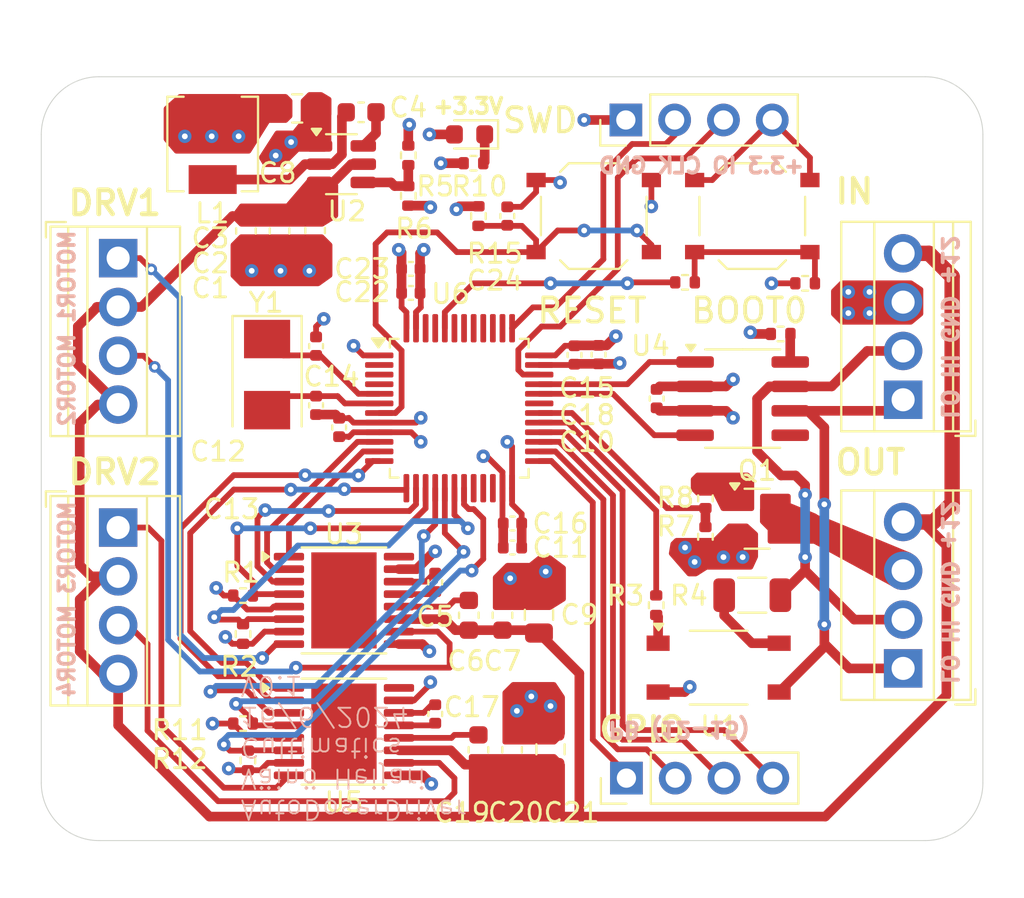
<source format=kicad_pcb>
(kicad_pcb (version 20240108) (generator "pcbnew") (generator_version "8.0")
  (layers (0 "F.Cu" signal) (1 "In1.Cu" power "In1.Cu (GND)") (2 "In2.Cu" power "In2.Cu (+3.3V)") (31 "B.Cu" signal) (34 "B.Paste" user) (35 "F.Paste" user) (36 "B.SilkS" user "B.Silkscreen") (37 "F.SilkS" user "F.Silkscreen") (38 "B.Mask" user) (39 "F.Mask" user) (44 "Edge.Cuts" user))
  (net 0 "")
  (net 1 "GND")
  (net 2 "+12V")
  (net 3 "+3.3V")
  (net 4 "/HSE_IN")
  (net 5 "/HSE_OUT")
  (net 6 "Net-(U2-SW)")
  (net 7 "Net-(U2-VBST)")
  (net 8 "Net-(U5-CPL)")
  (net 9 "Net-(U5-CPH)")
  (net 10 "Net-(U5-VCP)")
  (net 11 "/SWCLK")
  (net 12 "/SWDIO")
  (net 13 "GND_NEXT")
  (net 14 "DRV1_OUT1")
  (net 15 "CAN_H")
  (net 16 "CAN_L")
  (net 17 "DRV1_OUT2")
  (net 18 "DRV2_OUT1")
  (net 19 "DRV2_OUT2")
  (net 20 "NRST")
  (net 21 "Net-(R3-Pad1)")
  (net 22 "Net-(U3-CPH)")
  (net 23 "Net-(R4-Pad1)")
  (net 24 "CAN_TERMINATE_GATE")
  (net 25 "DRV1_nFAULT")
  (net 26 "DRV1_IPROPI")
  (net 27 "DRV2_nFAULT")
  (net 28 "DRV2_IPROPI")
  (net 29 "GND_NEXT_GATE")
  (net 30 "DRV1_IN1")
  (net 31 "Net-(U4-Rs)")
  (net 32 "Net-(R13-Pad1)")
  (net 33 "DRV1_nSLEEP")
  (net 34 "DRV2_IN1")
  (net 35 "CAN_RX")
  (net 36 "DRV2_nSLEEP")
  (net 37 "BOOT0")
  (net 38 "DRV1_IN2")
  (net 43 "Net-(J6-Pin_1)")
  (net 45 "Net-(J6-Pin_2)")
  (net 47 "CAN_TX")
  (net 48 "DRV2_IN2")
  (net 54 "Net-(J6-Pin_4)")
  (net 59 "Net-(J6-Pin_3)")
  (net 60 "Net-(D1-K)")
  (net 63 "Net-(U3-CPL)")
  (net 64 "Net-(U3-VCP)")
  (net 65 "/GATE_DRIVE")
  (net 66 "Net-(U2-VFB)")
  (footprint "Resistor_SMD:R_1206_3216Metric" (layer "F.Cu") (at 86 57.98)
    (property "Reference" "R4")
    (property "Value" "100 Ohm")
  )
  (footprint "Resistor_SMD:R_0402_1005Metric" (layer "F.Cu") (at 71.75 38.25 90)
    (property "Reference" "R15")
    (property "Value" "10kOhm")
  )
  (footprint "Capacitor_SMD:C_0402_1005Metric" (layer "F.Cu") (at 73.25 38.25 -90)
    (property "Reference" "C24")
    (property "Value" "100n")
  )
  (footprint "Capacitor_SMD:C_0805_2012Metric" (layer "F.Cu") (at 74.9 59 90)
    (property "Reference" "C9")
    (property "Value" "22uF")
  )
  (footprint "Resistor_SMD:R_0402_1005Metric" (layer "F.Cu") (at 59.5 64.66)
    (property "Reference" "R11")
    (property "Value" "10kOhm")
  )
  (footprint "Capacitor_SMD:C_0402_1005Metric" (layer "F.Cu") (at 68.23 42.25)
    (property "Reference" "C22")
    (property "Value" "100nF")
  )
  (footprint "Resistor_SMD:R_0402_1005Metric" (layer "F.Cu") (at 68.1 35.09 -90)
    (property "Reference" "R5")
    (property "Value" "33.2kOhm")
  )
  (footprint "Capacitor_SMD:C_0402_1005Metric" (layer "F.Cu") (at 81.025 47.75 90)
    (property "Reference" "C10")
    (property "Value" "100nF")
  )
  (footprint "Capacitor_SMD:C_0805_2012Metric" (layer "F.Cu") (at 62.31875 32.65)
    (property "Reference" "C8")
    (property "Value" "47uF")
  )
  (footprint "Capacitor_SMD:C_0603_1608Metric" (layer "F.Cu") (at 71.75 66.025 90)
    (property "Reference" "C19")
    (property "Value" "100nF")
  )
  (footprint "Resistor_SMD:R_0402_1005Metric" (layer "F.Cu") (at 83.5625 52.94 90)
    (property "Reference" "R8")
    (property "Value" "470 Ohm")
  )
  (footprint "Capacitor_SMD:C_0603_1608Metric" (layer "F.Cu") (at 61.4 39.025 -90)
    (property "Reference" "C2")
    (property "Value" "10uF")
  )
  (footprint "Capacitor_SMD:C_0805_2012Metric" (layer "F.Cu") (at 75.5 66 90)
    (property "Reference" "C21")
    (property "Value" "22uF")
  )
  (footprint "Capacitor_SMD:C_0402_1005Metric" (layer "F.Cu") (at 63.3 45.02 90)
    (property "Reference" "C12")
    (property "Value" "30pF")
  )
  (footprint "Capacitor_SMD:C_0402_1005Metric" (layer "F.Cu") (at 78 45.46 -90)
    (property "Reference" "C15")
    (property "Value" "100nF")
  )
  (footprint "AutoDoser:TerminalBlock_Xinya_XY308-2.54-4P_1x04_P2.54mm_Horizontal" (layer "F.Cu") (at 93.85 47.81 90)
    (property "Reference" "J1")
    (property "Value" "Screw_Terminal_01x04")
  )
  (footprint "Capacitor_SMD:C_0402_1005Metric" (layer "F.Cu") (at 76.75 45.48 -90)
    (property "Reference" "C18")
    (property "Value" "100nF")
  )
  (footprint "Capacitor_SMD:C_0603_1608Metric" (layer "F.Cu") (at 71.25 59.025 90)
    (property "Reference" "C6")
    (property "Value" "100nF")
  )
  (footprint "Resistor_SMD:R_0402_1005Metric" (layer "F.Cu") (at 59.75 66.58 -90)
    (property "Reference" "R12")
    (property "Value" "4.7kOhm")
  )
  (footprint "Capacitor_SMD:C_0603_1608Metric" (layer "F.Cu") (at 73 59.025 90)
    (property "Reference" "C7")
    (property "Value" "100nF")
  )
  (footprint "Package_SO:MFSOP6-4_4.4x3.6mm_P1.27mm" (layer "F.Cu") (at 84.25 61.75)
    (property "Reference" "U1")
    (property "Value" "TLP175A")
  )
  (footprint "Resistor_SMD:R_0402_1005Metric" (layer "F.Cu") (at 71.49 35.5)
    (property "Reference" "R10")
    (property "Value" "1k5 Ohm")
  )
  (footprint "AutoDoser:TerminalBlock_Xinya_XY308-2.54-4P_1x04_P2.54mm_Horizontal" (layer "F.Cu") (at 93.85 61.79 90)
    (property "Reference" "J2")
    (property "Value" "Screw_Terminal_01x04")
  )
  (footprint "Capacitor_SMD:C_0402_1005Metric" (layer "F.Cu") (at 73.52 54.25 180)
    (property "Reference" "C16")
    (property "Value" "100nF")
  )
  (footprint "MountingHole:MountingHole_2.2mm_M2" (layer "F.Cu") (at 95 67.75)
    (property "Reference" "H4")
    (property "Value" "MountingHole")
  )
  (footprint "MountingHole:MountingHole_2.2mm_M2" (layer "F.Cu") (at 95 34)
    (property "Reference" "H2")
    (property "Value" "MountingHole")
  )
  (footprint "Capacitor_SMD:C_0402_1005Metric" (layer "F.Cu") (at 73.52 55.5 180)
    (property "Reference" "C11")
    (property "Value" "10uF")
  )
  (footprint "LED_SMD:LED_0603_1608Metric" (layer "F.Cu") (at 71.2875 34 180)
    (property "Reference" "D1")
    (property "Value" "LED_Small")
  )
  (footprint "AutoDoser:TerminalBlock_Xinya_XY308-2.54-4P_1x04_P2.54mm_Horizontal" (layer "F.Cu") (at 53 54.46 -90)
    (property "Reference" "J4")
    (property "Value" "Screw_Terminal_01x04")
  )
  (footprint "Capacitor_SMD:C_0603_1608Metric" (layer "F.Cu") (at 59.65 39.025 -90)
    (property "Reference" "C3")
    (property "Value" "100nF")
  )
  (footprint "Package_TO_SOT_SMD:SOT-23-6" (layer "F.Cu") (at 64.61875 35.55)
    (property "Reference" "U2")
    (property "Value" "TPS561208")
  )
  (footprint "Resistor_SMD:R_0402_1005Metric" (layer "F.Cu") (at 59.5 58)
    (property "Reference" "R1")
    (property "Value" "10kOhm")
  )
  (footprint "AutoDoser:SW_Push_1P1T_XKB_TS-1187A" (layer "F.Cu") (at 77.75 38.25 180)
    (property "Reference" "SW2")
    (property "Value" "SW_Push")
  )
  (footprint "Capacitor_SMD:C_0402_1005Metric" (layer "F.Cu") (at 69.5 64.16 90)
    (property "Reference" "C17")
    (property "Value" "22nF")
  )
  (footprint "Package_SO:SOIC-8_3.9x4.9mm_P1.27mm" (layer "F.Cu") (at 85.5 47.75)
    (property "Reference" "U4")
    (property "Value" "SN65HVD230")
  )
  (footprint "Capacitor_SMD:C_0603_1608Metric" (layer "F.Cu") (at 63.25 39 -90)
    (property "Reference" "C1")
    (property "Value" "10uF")
  )
  (footprint "AutoDoser:HTSSOP-16-1EP_4.4x5mm_P0.65mm_EP3.4x5mm_Mask2.46x2.31mm" (layer "F.Cu") (at 64.75 65.08)
    (property "Reference" "U5")
    (property "Value" "DRV8874")
  )
  (footprint "Capacitor_SMD:C_0402_1005Metric" (layer "F.Cu") (at 69.5 57.31 90)
    (property "Reference" "C5")
    (property "Value" "22nF")
  )
  (footprint "MountingHole:MountingHole_2.2mm_M2" (layer "F.Cu") (at 52 67.75)
    (property "Reference" "H3")
    (property "Value" "MountingHole")
  )
  (footprint "Resistor_SMD:R_0402_1005Metric" (layer "F.Cu") (at 88.75 41.75 180)
    (property "Reference" "R13")
    (property "Value" "10kOhm")
  )
  (footprint "Capacitor_SMD:C_0402_1005Metric" (layer "F.Cu") (at 63.3 48.1 -90)
    (property "Reference" "C14")
    (property "Value" "30pF")
  )
  (footprint "AutoDoser:HTSSOP-16-1EP_4.4x5mm_P0.65mm_EP3.4x5mm_Mask2.46x2.31mm" (layer "F.Cu") (at 64.75 58.25)
    (property "Reference" "U3")
    (property "Value" "DRV8874")
  )
  (footprint "Connector_PinHeader_2.54mm:PinHeader_1x04_P2.54mm_Vertical" (layer "F.Cu") (at 79.45 67.5 90)
    (property "Reference" "J6")
    (property "Value" "Conn_01x04_Pin")
  )
  (footprint "Capacitor_SMD:C_0402_1005Metric" (layer "F.Cu") (at 64.5 49.25 90)
    (property "Reference" "C13")
    (property "Value" "100nF")
  )
  (footprint "Package_QFP:LQFP-48_7x7mm_P0.5mm" (layer "F.Cu") (at 70.75 48.25)
    (property "Reference" "U6")
    (property "Value" "STM32F103C8Tx")
  )
  (footprint "Capacitor_SMD:C_0603_1608Metric" (layer "F.Cu") (at 73.5 66.025 90)
    (property "Reference" "C20")
    (property "Value" "100nF")
  )
  (footprint "Inductor_SMD:L_Sunlord_MWSA0402S" (layer "F.Cu") (at 57.91875 34.5 90)
    (property "Reference" "L1")
    (property "Value" "3.3uH")
  )
  (footprint "AutoDoser:TerminalBlock_Xinya_XY308-2.54-4P_1x04_P2.54mm_Horizontal" (layer "F.Cu") (at 53 40.44 -90)
    (property "Reference" "J3")
    (property "Value" "Screw_Terminal_01x04")
  )
  (footprint "Resistor_SMD:R_0402_1005Metric" (layer "F.Cu") (at 82.5 41.7 180)
    (property "Reference" "R14")
    (property "Value" "10kOhm")
  )
  (footprint "Resistor_SMD:R_0402_1005Metric" (layer "F.Cu") (at 87.475 44.385)
    (property "Reference" "R9" (hide yes))
    (property "Value" "47kOhm")
  )
  (footprint "AutoDoser:SW_Push_1P1T_XKB_TS-1187A" (layer "F.Cu") (at 86 38.25)
    (property "Reference" "SW1")
    (property "Value" "SW_Push")
  )
  (footprint "MountingHole:MountingHole_2.2mm_M2" (layer "F.Cu") (at 52 34)
    (property "Reference" "H1")
    (property "Value" "MountingHole")
  )
  (footprint "Capacitor_SMD:C_0402_1005Metric" (layer "F.Cu") (at 68.23 41)
    (property "Reference" "C23")
    (property "Value" "10uF")
  )
  (footprint "Capacitor_SMD:C_0603_1608Metric" (layer "F.Cu") (at 65.64375 32.85)
    (property "Reference" "C4")
    (property "Value" "100nF")
  )
  (footprint "Resistor_SMD:R_0402_1005Metric" (layer "F.Cu") (at 59.5 60 -90)
    (property "Reference" "R2")
    (property "Value" "4.7kOhm")
  )
  (footprint "Package_TO_SOT_SMD:SOT-23" (layer "F.Cu") (at 86.25 54)
    (property "Reference" "Q1")
    (property "Value" "AO3400A")
  )
  (footprint "Connector_PinHeader_2.54mm:PinHeader_1x04_P2.54mm_Vertical" (layer "F.Cu") (at 79.42 33.25 90)
    (property "Reference" "J5")
    (property "Value" "Conn_01x04_Pin")
  )
  (footprint "Resistor_SMD:R_0402_1005Metric" (layer "F.Cu") (at 68.1 37.2 -90)
    (property "Reference" "R6")
    (property "Value" "10kOhm")
  )
  (footprint "Resistor_SMD:R_0402_1005Metric" (layer "F.Cu") (at 81 58.5 90)
    (property "Reference" "R3")
    (property "Value" "470 Ohm")
  )
  (footprint "Resistor_SMD:R_0402_1005Metric" (layer "F.Cu") (at 83.5625 54.94 -90)
    (property "Reference" "R7")
    (property "Value" "47kOhm")
  )
  (footprint "Crystal:Crystal_SMD_5032-2Pin_5.0x3.2mm" (layer "F.Cu") (at 60.75 46.5 -90)
    (property "Reference" "Y1")
    (property "Value" "Crystal")
  )
  (gr_arc (start 52 70.75) (mid 49.87868 69.87132) (end 49 67.75) (stroke (width 0.05)) (layer "Edge.Cuts"))
  (gr_line (start 52 70.75) (end 95 70.75) (stroke (width 0.05)) (layer "Edge.Cuts"))
  (gr_arc (start 49 34) (mid 49.87868 31.87868) (end 52 31) (stroke (width 0.05)) (layer "Edge.Cuts"))
  (gr_line (start 98 67.75) (end 98 34) (stroke (width 0.05)) (layer "Edge.Cuts"))
  (gr_arc (start 95 31) (mid 97.12132 31.87868) (end 98 34) (stroke (width 0.05)) (layer "Edge.Cuts"))
  (gr_arc (start 98 67.75) (mid 97.12132 69.87132) (end 95 70.75) (stroke (width 0.05)) (layer "Edge.Cuts"))
  (gr_line (start 49 34) (end 49 67.75) (stroke (width 0.05)) (layer "Edge.Cuts"))
  (gr_line (start 95 31) (end 52 31) (stroke (width 0.05)) (layer "Edge.Cuts"))
  (gr_text "AutoDoserDriver\nVäinö Heijari\nCultimatics\n16/6/2024\nV0.1" (at 59.3 62.1 180) (layer "B.SilkS") (effects (font (size 1 1) (thickness 0.1)) (justify left bottom mirror)))
  (gr_text "LO HI GND +12" (at 95.8 48.9 270) (layer "B.SilkS") (effects (font (size 0.8 0.8) (thickness 0.2) (bold yes)) (justify left bottom mirror)))
  (gr_text "+3.3 IO CLK GND" (at 88.8 36.1 0) (layer "B.SilkS") (effects (font (size 0.8 0.8) (thickness 0.2) (bold yes)) (justify left bottom mirror)))
  (gr_text "MOTOR3 MOTOR4" (at 50.8 53 90) (layer "B.SilkS") (effects (font (size 0.8 0.8) (thickness 0.2) (bold yes)) (justify left bottom mirror)))
  (gr_text "MOTOR1 MOTOR2" (at 50.8 38.9 90) (layer "B.SilkS") (effects (font (size 0.8 0.8) (thickness 0.2) (bold yes)) (justify left bottom mirror)))
  (gr_text "PB (12-15)" (at 78.4 64.5 180) (layer "B.SilkS") (effects (font (size 0.8 0.8) (thickness 0.2) (bold yes)) (justify left bottom mirror)))
  (gr_text "LO HI GND +12" (at 95.8 62.7 270) (layer "B.SilkS") (effects (font (size 0.8 0.8) (thickness 0.2) (bold yes)) (justify left bottom mirror)))
  (gr_text "OUT" (at 90.2 51.8 0) (layer "F.SilkS") (effects (font (size 1.25 1.25) (thickness 0.25) (bold yes)) (justify left bottom)))
  (gr_text "+3.3V" (at 69.3 33 0) (layer "F.SilkS") (effects (font (size 0.8 0.8) (thickness 0.2) (bold yes)) (justify left bottom)))
  (gr_text "GPIO" (at 77.9 65.7 0) (layer "F.SilkS") (effects (font (size 1.25 1.25) (thickness 0.25) (bold yes)) (justify left bottom)))
  (gr_text "DRV1" (at 50.28 38.3 0) (layer "F.SilkS") (effects (font (size 1.25 1.25) (thickness 0.25) (bold yes)) (justify left bottom)))
  (gr_text "RESET" (at 74.7 43.9 0) (layer "F.SilkS") (effects (font (size 1.25 1.25) (thickness 0.2) (bold yes)) (justify left bottom)))
  (gr_text "DRV2" (at 50.28 52.3 0) (layer "F.SilkS") (effects (font (size 1.25 1.25) (thickness 0.25) (bold yes)) (justify left bottom)))
  (gr_text "BOOT0" (at 82.7 43.9 0) (layer "F.SilkS") (effects (font (size 1.25 1.25) (thickness 0.2) (bold yes)) (justify left bottom)))
  (gr_text "SWD" (at 72.9 34 0) (layer "F.SilkS") (effects (font (size 1.25 1.25) (thickness 0.2) (bold yes)) (justify left bottom)))
  (gr_text "IN" (at 90.2 37.7 0) (layer "F.SilkS") (effects (font (size 1.25 1.25) (thickness 0.25) (bold yes)) (justify left bottom)))
  (segment (start 68.5 49) (end 66.5875 49) (width 0.3) (layer "F.Cu") (net 1))
  (segment (start 64.31 48.58) (end 64.5 48.77) (width 0.5) (layer "F.Cu") (net 1))
  (segment (start 68.75 42.29) (end 68.71 42.25) (width 0.3) (layer "F.Cu") (net 1))
  (segment (start 68.5 44.0875) (end 68.5 43.24688) (width 0.3) (layer "F.Cu") (net 1))
  (segment (start 74.9125 46) (end 76.71 46) (width 0.3) (layer "F.Cu") (net 1))
  (segment (start 82.48 63.02) (end 82.75 62.75) (width 0.5) (layer "F.Cu") (net 1))
  (segment (start 67.6125 60.525) (end 68.825 60.525) (width 0.5) (layer "F.Cu") (net 1))
  (segment (start 68.855 67.355) (end 69.3 67.8) (width 0.5) (layer "F.Cu") (net 1))
  (segment (start 79.06 45.94) (end 79.1 45.9) (width 0.5) (layer "F.Cu") (net 1))
  (segment (start 60.795 66.705) (end 60.41 67.09) (width 0.3) (layer "F.Cu") (net 1))
  (segment (start 61.8875 59.875) (end 60.625 59.875) (width 0.3) (layer "F.Cu") (net 1))
  (segment (start 68.530588 56.625) (end 67.6125 56.625) (width 0.5) (layer "F.Cu") (net 1))
  (segment (start 59.675 39.775) (end 59.65 39.8) (width 0.5) (layer "F.Cu") (net 1))
  (segment (start 70.98 35.5) (end 69.7875 35.5) (width 0.5) (layer "F.Cu") (net 1))
  (segment (start 63.3 48.58) (end 64.31 48.58) (width 0.5) (layer "F.Cu") (net 1))
  (segment (start 81.1 63.02) (end 82.48 63.02) (width 0.5) (layer "F.Cu") (net 1))
  (segment (start 68.825 60.525) (end 69.2 60.9) (width 0.5) (layer "F.Cu") (net 1))
  (segment (start 69.17 37.71) (end 69.25 37.79) (width 0.5) (layer "F.Cu") (net 1))
  (segment (start 73 52.4125) (end 73 54.21) (width 0.3) (layer "F.Cu") (net 1))
  (segment (start 78 45.94) (end 76.77 45.94) (width 0.5) (layer "F.Cu") (net 1))
  (segment (start 73 51.57188) (end 73 52.4125) (width 0.3) (layer "F.Cu") (net 1))
  (segment (start 73.04 55.5) (end 73.04 54.25) (width 0.5) (layer "F.Cu") (net 1))
  (segment (start 65 48.75) (end 64.98 48.77) (width 0.3) (layer "F.Cu") (net 1))
  (segment (start 69.25 62.604999) (end 69.25 62.5) (width 0.3) (layer "F.Cu") (net 1))
  (segment (start 76.71 46) (end 76.75 45.96) (width 0.3) (layer "F.Cu") (net 1))
  (segment (start 72 50.75) (end 72.17812 50.75) (width 0.3) (layer "F.Cu") (net 1))
  (segment (start 68.71 41) (end 68.71 42.25) (width 0.5) (layer "F.Cu") (net 1))
  (segment (start 86.965 44.385) (end 85.985 44.385) (width 0.5) (layer "F.Cu") (net 1))
  (segment (start 58.75 67) (end 58.84 67.09) (width 0.3) (layer "F.Cu") (net 1))
  (segment (start 84.635 47.115) (end 85 46.75) (width 0.5) (layer "F.Cu") (net 1))
  (segment (start 63.3 44) (end 63.7 43.6) (width 0.3) (layer "F.Cu") (net 1))
  (segment (start 68.5 43.24688) (end 68.74688 43) (width 0.3) (layer "F.Cu") (net 1))
  (segment (start 67.6125 67.355) (end 68.855 67.355) (width 0.5) (layer "F.Cu") (net 1))
  (segment (start 74.75 36.375) (end 74.75 37) (width 0.3) (layer "F.Cu") (net 1))
  (segment (start 59.99 60.51) (end 59.5 60.51) (width 0.3) (layer "F.Cu") (net 1))
  (segment (start 68.75 48.75) (end 68.5 49) (width 0.3) (layer "F.Cu") (net 1))
  (segment (start 60.41 67.09) (end 59.75 67.09) (width 0.3) (layer "F.Cu") (net 1))
  (segment (start 78 45.94) (end 79.06 45.94) (width 0.5) (layer "F.Cu") (net 1))
  (segment (start 60.625 59.875) (end 59.99 60.51) (width 0.3) (layer "F.Cu") (net 1))
  (segment (start 72.17812 50.75) (end 73 51.57188) (width 0.3) (layer "F.Cu") (net 1))
  (segment (start 68.399999 63.455) (end 69.25 62.604999) (width 0.3) (layer "F.Cu") (net 1))
  (segment (start 81.18 47.115) (end 81.025 47.27) (width 0.5) (layer "F.Cu") (net 1))
  (segment (start 63.3 44.54) (end 63.3 44) (width 0.3) (layer "F.Cu") (net 1))
  (segment (start 68.74688 43) (end 68.75 43) (width 0.3) (layer "F.Cu") (net 1))
  (segment (start 73 54.21) (end 73.04 54.25) (width 0.3) (layer "F.Cu") (net 1))
  (segment (start 64.98 48.77) (end 64.5 48.77) (width 0.3) (layer "F.Cu") (net 1))
  (segment (start 85.985 44.385) (end 85.9 44.3) (width 0.5) (layer "F.Cu") (net 1))
  (segment (start 83.025 47.115) (end 84.635 47.115) (width 0.5) (layer "F.Cu") (net 1))
  (segment (start 58.84 67.09) (end 59.75 67.09) (width 0.3) (layer "F.Cu") (net 1))
  (segment (start 68.1 37.71) (end 69.17 37.71) (width 0.5) (layer "F.Cu") (net 1))
  (segment (start 75.875 36.375) (end 76 36.5) (width 0.3) (layer "F.Cu") (net 1))
  (segment (start 67.6125 63.455) (end 68.399999 63.455) (width 0.3) (layer "F.Cu") (net 1))
  (segment (start 61.8875 66.705) (end 60.795 66.705) (width 0.3) (layer "F.Cu") (net 1))
  (segment (start 68.71 40.19) (end 68.9 40) (width 0.5) (layer "F.Cu") (net 1))
  (segment (start 74.75 37) (end 73.98 37.77) (width 0.3) (layer "F.Cu") (net 1))
  (segment (start 80.75 36.375) (end 80.75 37.75) (width 0.3) (layer "F.Cu") (net 1))
  (segment (start 66.5875 49) (end 65.25 49) (width 0.3) (layer "F.Cu") (net 1))
  (segment (start 69.455588 55.7) (end 68.530588 56.625) (width 0.5) (layer "F.Cu") (net 1))
  (segment (start 68.75 43) (end 68.75 42.29) (width 0.3) (layer "F.Cu") (net 1))
  (segment (start 83.025 47.115) (end 81.18 47.115) (width 0.5) (layer "F.Cu") (net 1))
  (segment (start 58.939949 60.51) (end 59.5 60.51) (width 0.3) (layer "F.Cu") (net 1))
  (segment (start 68.71 41) (end 68.71 40.19) (width 0.5) (layer "F.Cu") (net 1))
  (segment (start 58.579949 60.15) (end 58.939949 60.51) (width 0.3) (layer "F.Cu") (net 1))
  (segment (start 74.75 36.375) (end 75.875 36.375) (width 0.3) (layer "F.Cu") (net 1))
  (segment (start 88.24 41.75) (end 87 41.75) (width 0.3) (layer "F.Cu") (net 1))
  (segment (start 63.48125 32.8625) (end 63.26875 32.65) (width 0.5) (layer "F.Cu") (net 1))
  (segment (start 73.98 37.77) (end 73.25 37.77) (width 0.3) (layer "F.Cu") (net 1))
  (segment (start 76.77 45.94) (end 76.75 45.96) (width 0.5) (layer "F.Cu") (net 1))
  (segment (start 65.25 49) (end 65 48.75) (width 0.3) (layer "F.Cu") (net 1))
  (segment (start 79.42 33.25) (end 77.25 33.25) (width 0.5) (layer "F.Cu") (net 1))
  (segment (start 69.5 55.7) (end 69.455588 55.7) (width 0.5) (layer "F.Cu") (net 1))
  (via (at 59.95 41.1) (size 0.7) (drill 0.3) (layers "F.Cu" "B.Cu") (net 1))
  (via (at 82.75 62.75) (size 0.7) (drill 0.3) (layers "F.Cu" "B.Cu") (net 1))
  (via (at 61.45 41.1) (size 0.7) (drill 0.3) (layers "F.Cu" "B.Cu") (net 1))
  (via (at 82.5 55.5) (size 0.7) (drill 0.3) (layers "F.Cu" "B.Cu") (net 1))
  (via (at 76 36.5) (size 0.7) (drill 0.3) (layers "F.Cu" "B.Cu") (net 1))
  (via (at 74.5 63.25) (size 0.7) (drill 0.3) (layers "F.Cu" "B.Cu") (net 1))
  (via (at 77.25 33.25) (size 0.7) (drill 0.3) (layers "F.Cu" "B.Cu") (net 1))
  (via (at 68.75 48.75) (size 0.7) (drill 0.3) (layers "F.Cu" "B.Cu") (net 1))
  (via (at 92.1 42.2) (size 0.7) (drill 0.3) (layers "F.Cu" "B.Cu") (net 1))
  (via (at 87 41.75) (size 0.7) (drill 0.3) (layers "F.Cu" "B.Cu") (net 1))
  (via (at 73.4 57.1) (size 0.7) (drill 0.3) (layers "F.Cu" "B.Cu") (net 1))
  (via (at 69.3 67.8) (size 0.7) (drill 0.3) (layers "F.Cu" "B.Cu") (net 1))
  (via (at 73.75 64) (size 0.7) (drill 0.3) (layers "F.Cu" "B.Cu") (net 1))
  (via (at 69.25 62.5) (size 0.7) (drill 0.3) (layers "F.Cu" "B.Cu") (net 1))
  (via (at 69.2 60.9) (size 0.7) (drill 0.3) (layers "F.Cu" "B.Cu") (net 1))
  (via (at 85.5 56) (size 0.7) (drill 0.3) (layers "F.Cu" "B.Cu") (net 1))
  (via (at 75.25 56.75) (size 0.7) (drill 0.3) (layers "F.Cu" "B.Cu") (net 1))
  (via (at 91 43.3) (size 0.7) (drill 0.3) (layers "F.Cu" "B.Cu") (net 1))
  (via (at 61.2 35.1) (size 0.7) (drill 0.3) (layers "F.Cu" "B.Cu") (net 1))
  (via (at 62 34.4) (size 0.7) (drill 0.3) (layers "F.Cu" "B.Cu") (net 1))
  (via (at 69.5 55.7) (size 0.7) (drill 0.3) (layers "F.Cu" "B.Cu") (net 1))
  (via (at 58.579949 60.15) (size 0.7) (drill 0.3) (layers "F.Cu" "B.Cu") (net 1))
  (via (at 69.25 37.79) (size 0.7) (drill 0.3) (layers "F.Cu" "B.Cu") (net 1))
  (via (at 62.95 41.1) (size 0.7) (drill 0.3) (layers "F.Cu" "B.Cu") (net 1))
  (via (at 85 46.75) (size 0.7) (drill 0.3) (layers "F.Cu" "B.Cu") (net 1))
  (via (at 69.7875 35.5) (size 0.7) (drill 0.3) (layers "F.Cu" "B.Cu") (net 1))
  (via (at 58.75 67) (size 0.7) (drill 0.3) (layers "F.Cu" "B.Cu") (net 1))
  (via (at 84.5 56) (size 0.7) (drill 0.3) (layers "F.Cu" "B.Cu") (net 1))
  (via (at 79.1 45.9) (size 0.7) (drill 0.3) (layers "F.Cu" "B.Cu") (net 1))
  (via (at 91 42.2) (size 0.7) (drill 0.3) (layers "F.Cu" "B.Cu") (net 1))
  (via (at 85.9 44.3) (size 0.7) (drill 0.3) (layers "F.Cu" "B.Cu") (net 1))
  (via (at 80.75 37.75) (size 0.7) (drill 0.3) (layers "F.Cu" "B.Cu") (net 1))
  (via (at 75.5 63.75) (size 0.7) (drill 0.3) (layers "F.Cu" "B.Cu") (net 1))
  (via (at 72 50.75) (size 0.7) (drill 0.3) (layers "F.Cu" "B.Cu") (net 1))
  (via (at 63.7 43.6) (size 0.7) (drill 0.3) (layers "F.Cu" "B.Cu") (net 1))
  (via (at 83 56.25) (size 0.7) (drill 0.3) (layers "F.Cu" "B.Cu") (net 1))
  (via (at 68.9 40) (size 0.7) (drill 0.3) (layers "F.Cu" "B.Cu") (net 1))
  (via (at 92.1 43.3) (size 0.7) (drill 0.3) (layers "F.Cu" "B.Cu") (net 1))
  (segment (start 51.88 42.98) (end 53 42.98) (width 0.5) (layer "F.Cu") (net 2))
  (segment (start 69.975 59.225) (end 70.55 59.8) (width 0.5) (layer "F.Cu") (net 2))
  (segment (start 53 62.08) (end 52.18 62.08) (width 0.5) (layer "F.Cu") (net 2))
  (segment (start 51 49) (end 51.94 48.06) (width 0.5) (layer "F.Cu") (net 2))
  (segment (start 53 48.06) (end 50.9 45.96) (width 0.5) (layer "F.Cu") (net 2))
  (segment (start 51 56.414213) (end 51 49) (width 0.5) (layer "F.Cu") (net 2))
  (segment (start 71.25 59.8) (end 74.75 59.8) (width 0.5) (layer "F.Cu") (net 2))
  (segment (start 50.9 44) (end 51.92 42.98) (width 0.5) (layer "F.Cu") (net 2))
  (segment (start 77 62.05) (end 77 69.5) (width 0.5) (layer "F.Cu") (net 2))
  (segment (start 65.75625 35.55) (end 65.133699 35.55) (width 0.5) (layer "F.Cu") (net 2))
  (segment (start 53 57) (end 51.585787 57) (width 0.5) (layer "F.Cu") (net 2))
  (segment (start 93.85 40.19) (end 95.19 40.19) (width 0.8) (layer "F.Cu") (net 2))
  (segment (start 93.85 54.17) (end 94.87 54.17) (width 0.5) (layer "F.Cu") (net 2))
  (segment (start 73.5 69.5) (end 71.75 69.5) (width 0.5) (layer "F.Cu") (net 2))
  (segment (start 96.1 63.2) (end 89.8 69.5) (width 0.5) (layer "F.Cu") (net 2))
  (segment (start 52.75 57) (end 53 57) (width 0.8) (layer "F.Cu") (net 2))
  (segment (start 96.4 41.4) (end 96.4 53.2) (width 0.8) (layer "F.Cu") (net 2))
  (segment (start 54.22 42.98) (end 58.95 38.25) (width 0.5) (layer "F.Cu") (net 2))
  (segment (start 52.2 57) (end 53 57) (width 0.5) (layer "F.Cu") (net 2))
  (segment (start 67.6125 59.225) (end 69.975 59.225) (width 0.5) (layer "F.Cu") (net 2))
  (segment (start 50.9 45.96) (end 50.9 44) (width 0.5) (layer "F.Cu") (net 2))
  (segment (start 75.35 66.8) (end 75.5 66.95) (width 0.5) (layer "F.Cu") (net 2))
  (segment (start 51.92 42.98) (end 53 42.98) (width 0.5) (layer "F.Cu") (net 2))
  (segment (start 52.18 62.08) (end 51 60.9) (width 0.5) (layer "F.Cu") (net 2))
  (segment (start 74.75 59.8) (end 74.9 59.95) (width 0.5) (layer "F.Cu") (net 2))
  (segment (start 96.4 53.2) (end 95.43 54.17) (width 0.8) (layer "F.Cu") (net 2))
  (segment (start 65.133699 35.55) (end 64.183699 36.5) (width 0.5) (layer "F.Cu") (net 2))
  (segment (start 58.95 38.25) (end 59.65 38.25) (width 0.5) (layer "F.Cu") (net 2))
  (segment (start 71.05 66.8) (end 71.75 66.8) (width 0.5) (layer "F.Cu") (net 2))
  (segment (start 67.6125 66.055) (end 70.305 66.055) (width 0.5) (layer "F.Cu") (net 2))
  (segment (start 95.19 40.19) (end 96.4 41.4) (width 0.8) (layer "F.Cu") (net 2))
  (segment (start 51.94 48.06) (end 53 48.06) (width 0.5) (layer "F.Cu") (net 2))
  (segment (start 51 60.9) (end 51 58.2) (width 0.5) (layer "F.Cu") (net 2))
  (segment (start 51.585787 57) (end 51 56.414213) (width 0.5) (layer "F.Cu") (net 2))
  (segment (start 95.43 54.17) (end 93.85 54.17) (width 0.8) (layer "F.Cu") (net 2))
  (segment (start 89.8 69.5) (end 77 69.5) (width 0.5) (layer "F.Cu") (net 2))
  (segment (start 96.1 55.4) (end 96.1 63.2) (width 0.5) (layer "F.Cu") (net 2))
  (segment (start 74.9 59.95) (end 77 62.05) (width 0.5) (layer "F.Cu") (net 2))
  (segment (start 53 42.98) (end 54.22 42.98) (width 0.5) (layer "F.Cu") (net 2))
  (segment (start 63.4625 38.0125) (end 63.25 38.225) (width 0.5) (layer "F.Cu") (net 2))
  (segment (start 75.25 69.5) (end 73.5 69.5) (width 0.5) (layer "F.Cu") (net 2))
  (segment (start 70.55 59.8) (end 71.25 59.8) (width 0.5) (layer "F.Cu") (net 2))
  (segment (start 53 64.75) (end 53 62.08) (width 0.5) (layer "F.Cu") (net 2))
  (segment (start 64.183699 36.5) (end 63.48125 36.5) (width 0.5) (layer "F.Cu") (net 2))
  (segment (start 71.75 69.5) (end 57.75 69.5) (width 0.5) (layer "F.Cu") (net 2))
  (segment (start 51 58.2) (end 52.2 57) (width 0.5) (layer "F.Cu") (net 2))
  (segment (start 77 69.5) (end 75.25 69.5) (width 0.5) (layer "F.Cu") (net 2))
  (segment (start 57.75 69.5) (end 53 64.75) (width 0.5) (layer "F.Cu") (net 2))
  (segment (start 94.87 54.17) (end 96.1 55.4) (width 0.5) (layer "F.Cu") (net 2))
  (segment (start 70.305 66.055) (end 71.05 66.8) (width 0.5) (layer "F.Cu") (net 2))
  (segment (start 63.225 38.25) (end 63.25 38.225) (width 0.5) (layer "F.Cu") (net 2))
  (segment (start 76.77 44.98) (end 76.75 45) (width 0.5) (layer "F.Cu") (net 3))
  (segment (start 74 53.75) (end 74 54.25) (width 0.3) (layer "F.Cu") (net 3))
  (segment (start 65 49.75) (end 64.98 49.73) (width 0.3) (layer "F.Cu") (net 3))
  (segment (start 76.25 45) (end 76.75 45) (width 0.3) (layer "F.Cu") (net 3))
  (segment (start 73.5 52.4125) (end 73.5 53.25) (width 0.3) (layer "F.Cu") (net 3))
  (segment (start 68.25 49.5) (end 66.5875 49.5) (width 0.3) (layer "F.Cu") (net 3))
  (segment (start 60.950001 58.725) (end 59.715 58.725) (width 0.3) (layer "F.Cu") (net 3))
  (segment (start 66.5875 45.5) (end 65.75 45.5) (width 0.3) (layer "F.Cu") (net 3))
  (segment (start 73.5 53.25) (end 74 53.75) (width 0.3) (layer "F.Cu") (net 3))
  (segment (start 59.735 65.405) (end 58.99 64.66) (width 0.3) (layer "F.Cu") (net 3))
  (segment (start 83.025 48.385) (end 84.635 48.385) (width 0.5) (layer "F.Cu") (net 3))
  (segment (start 73.5 50.25) (end 73.25 50) (width 0.3) (layer "F.Cu") (net 3))
  (segment (start 58.5 58) (end 58.1 57.6) (width 0.3) (layer "F.Cu") (net 3))
  (segment (start 59.715 58.725) (end 58.99 58) (width 0.3) (layer "F.Cu") (net 3))
  (segment (start 61.8875 65.405) (end 59.735 65.405) (width 0.3) (layer "F.Cu") (net 3))
  (segment (start 89 35.21) (end 87.04 33.25) (width 0.3) (layer "F.Cu") (net 3))
  (segment (start 78.42 44.98) (end 78.9 44.5) (width 0.5) (layer "F.Cu") (net 3))
  (segment (start 71.75 37.74) (end 70.76 37.74) (width 0.5) (layer "F.Cu") (net 3))
  (segment (start 68.1 34.58) (end 68.1 33.54) (width 0.5) (layer "F.Cu") (net 3))
  (segment (start 73.5 52.4125) (end 73.5 50.25) (width 0.3) (layer "F.Cu") (net 3))
  (segment (start 75.75 45.5) (end 76.25 45) (width 0.3) (layer "F.Cu") (net 3))
  (segment (start 68.75 50) (end 68.25 49.5) (width 0.3) (layer "F.Cu") (net 3))
  (segment (start 67.75 43) (end 67.75 42.25) (width 0.3) (layer "F.Cu") (net 3))
  (segment (start 74 55.5) (end 74 54.25) (width 0.5) (layer "F.Cu") (net 3))
  (segment (start 65.75 45.5) (end 65.25 45) (width 0.3) (layer "F.Cu") (net 3))
  (segment (start 67.75 40.15) (end 67.6 40) (width 0.5) (layer "F.Cu") (net 3))
  (segment (start 78 44.98) (end 76.77 44.98) (width 0.5) (layer "F.Cu") (net 3))
  (segment (start 64.98 49.73) (end 64.5 49.73) (width 0.3) (layer "F.Cu") (net 3))
  (segment (start 67.75 41) (end 67.75 42.25) (width 0.5) (layer "F.Cu") (net 3))
  (segment (start 68.1 33.54) (end 68.15 33.49) (width 0.5) (layer "F.Cu") (net 3))
  (segment (start 83.025 48.385) (end 81.18 48.385) (width 0.5) (layer "F.Cu") (net 3))
  (segment (start 83 36.375) (end 83.915 36.375) (width 0.3) (layer "F.Cu") (net 3))
  (segment (start 66.5875 49.5) (end 65.25 49.5) (width 0.3) (layer "F.Cu") (net 3))
  (segment (start 83.915 36.375) (end 87.04 33.25) (width 0.3) (layer "F.Cu") (net 3))
  (segment (start 65.25 49.5) (end 65 49.75) (width 0.3) (layer "F.Cu") (net 3))
  (segment (start 67.75 41) (end 67.75 40.15) (width 0.5) (layer "F.Cu") (net 3))
  (segment (start 57.91 64.66) (end 58.99 64.66) (width 0.3) (layer "F.Cu") (net 3))
  (segment (start 70.5 34) (end 69.2 34) (width 0.5) (layer "F.Cu") (net 3))
  (segment (start 74.9125 45.5) (end 75.75 45.5) (width 0.3) (layer "F.Cu") (net 3))
  (segment (start 84.635 48.385) (end 85 48.75) (width 0.5) (layer "F.Cu") (net 3))
  (segment (start 81.18 48.385) (end 81.025 48.23) (width 0.5) (layer "F.Cu") (net 3))
  (segment (start 70.76 37.74) (end 70.6 37.9) (width 0.5) (layer "F.Cu") (net 3))
  (segment (start 61.8875 58.575) (end 61.100001 58.575) (width 0.3) (layer "F.Cu") (net 3))
  (segment (start 58.99 58) (end 58.5 58) (width 0.3) (layer "F.Cu") (net 3))
  (segment (start 68 44.0875) (end 68 43.25) (width 0.3) (layer "F.Cu") (net 3))
  (segment (start 68 43.25) (end 67.75 43) (width 0.3) (layer "F.Cu") (net 3))
  (segment (start 89 36.375) (end 89 35.21) (width 0.3) (layer "F.Cu") (net 3))
  (segment (start 78 44.98) (end 78.42 44.98) (width 0.5) (layer "F.Cu") (net 3))
  (segment (start 61.100001 58.575) (end 60.950001 58.725) (width 0.3) (layer "F.Cu") (net 3))
  (via (at 58.1 57.6) (size 0.7) (drill 0.3) (layers "F.Cu" "B.Cu") (net 3))
  (via (at 56.46875 34.1) (size 0.7) (drill 0.3) (layers "F.Cu" "B.Cu") (net 3))
  (via (at 68.75 50) (size 0.7) (drill 0.3) (layers "F.Cu" "B.Cu") (net 3))
  (via (at 69.2 34) (size 0.7) (drill 0.3) (layers "F.Cu" "B.Cu") (net 3))
  (via (at 57.86875 34.1) (size 0.7) (drill 0.3) (layers "F.Cu" "B.Cu") (net 3))
  (via (at 78.9 44.5) (size 0.7) (drill 0.3) (layers "F.Cu" "B.Cu") (net 3))
  (via (at 73.25 50) (size 0.7) (drill 0.3) (layers "F.Cu" "B.Cu") (net 3))
  (via (at 67.6 40) (size 0.7) (drill 0.3) (layers "F.Cu" "B.Cu") (net 3))
  (via (at 85 48.75) (size 0.7) (drill 0.3) (layers "F.Cu" "B.Cu") (net 3))
  (via (at 59.26875 34.1) (size 0.7) (drill 0.3) (layers "F.Cu" "B.Cu") (net 3))
  (via (at 70.6 37.9) (size 0.7) (drill 0.3) (layers "F.Cu" "B.Cu") (net 3))
  (via (at 65.25 45) (size 0.7) (drill 0.3) (layers "F.Cu" "B.Cu") (net 3))
  (via (at 68.15 33.49) (size 0.7) (drill 0.3) (layers "F.Cu" "B.Cu") (net 3))
  (via (at 57.91 64.66) (size 0.7) (drill 0.3) (layers "F.Cu" "B.Cu") (net 3))
  (segment (start 61.6 45.5) (end 60.75 44.65) (width 0.3) (layer "F.Cu") (net 4))
  (segment (start 66.5875 47.5) (end 65.507106 47.5) (width 0.3) (layer "F.Cu") (net 4))
  (segment (start 63.3 45.5) (end 61.6 45.5) (width 0.3) (layer "F.Cu") (net 4))
  (segment (start 63.507106 45.5) (end 63.3 45.5) (width 0.3) (layer "F.Cu") (net 4))
  (segment (start 65.507106 47.5) (end 63.507106 45.5) (width 0.3) (layer "F.Cu") (net 4))
  (segment (start 64.8 48) (end 64.42 47.62) (width 0.3) (layer "F.Cu") (net 5))
  (segment (start 63.3 47.62) (end 61.48 47.62) (width 0.3) (layer "F.Cu") (net 5))
  (segment (start 66.5875 48) (end 64.8 48) (width 0.3) (layer "F.Cu") (net 5))
  (segment (start 61.48 47.62) (end 60.75 48.35) (width 0.3) (layer "F.Cu") (net 5))
  (segment (start 64.42 47.62) (end 63.3 47.62) (width 0.3) (layer "F.Cu") (net 5))
  (segment (start 61.91875 36.35) (end 57.91875 36.35) (width 0.5) (layer "F.Cu") (net 6))
  (segment (start 64.143749 35.55) (end 63.48125 35.55) (width 0.5) (layer "F.Cu") (net 6))
  (segment (start 62.71875 35.55) (end 61.91875 36.35) (width 0.5) (layer "F.Cu") (net 6))
  (segment (start 64.64375 33.075) (end 64.64375 35.049999) (width 0.5) (layer "F.Cu") (net 6))
  (segment (start 64.86875 32.85) (end 64.64375 33.075) (width 0.5) (layer "F.Cu") (net 6))
  (segment (start 63.48125 35.55) (end 62.71875 35.55) (width 0.5) (layer "F.Cu") (net 6))
  (segment (start 64.64375 35.049999) (end 64.143749 35.55) (width 0.5) (layer "F.Cu") (net 6))
  (segment (start 66.41875 33.9375) (end 66.41875 32.85) (width 0.5) (layer "F.Cu") (net 7))
  (segment (start 65.75625 34.6) (end 66.41875 33.9375) (width 0.5) (layer "F.Cu") (net 7))
  (segment (start 68.895 64.105) (end 69.32 63.68) (width 0.3) (layer "F.Cu") (net 8))
  (segment (start 67.6125 64.105) (end 68.895 64.105) (width 0.3) (layer "F.Cu") (net 8))
  (segment (start 69.32 63.68) (end 69.5 63.68) (width 0.3) (layer "F.Cu") (net 8))
  (segment (start 69.385 64.755) (end 69.5 64.64) (width 0.3) (layer "F.Cu") (net 9))
  (segment (start 67.6125 64.755) (end 69.385 64.755) (width 0.3) (layer "F.Cu") (net 9))
  (segment (start 70.5 65.25) (end 71.75 65.25) (width 0.3) (layer "F.Cu") (net 10))
  (segment (start 67.6125 65.405) (end 70.345 65.405) (width 0.3) (layer "F.Cu") (net 10))
  (segment (start 70.345 65.405) (end 70.5 65.25) (width 0.3) (layer "F.Cu") (net 10))
  (segment (start 78.25 36) (end 79.75 34.5) (width 0.3) (layer "F.Cu") (net 11))
  (segment (start 81.5 34.5) (end 81.96 34.04) (width 0.3) (layer "F.Cu") (net 11))
  (segment (start 75.75 43) (end 78.25 40.5) (width 0.3) (layer "F.Cu") (net 11))
  (segment (start 81.96 34.04) (end 81.96 33.25) (width 0.3) (layer "F.Cu") (net 11))
  (segment (start 79.75 34.5) (end 81.5 34.5) (width 0.3) (layer "F.Cu") (net 11))
  (segment (start 73.5 44.0875) (end 74.5875 43) (width 0.3) (layer "F.Cu") (net 11))
  (segment (start 74.5875 43) (end 75.75 43) (width 0.3) (layer "F.Cu") (net 11))
  (segment (start 78.25 40.5) (end 78.25 36) (width 0.3) (layer "F.Cu") (net 11))
  (segment (start 80 35.25) (end 82.5 35.25) (width 0.3) (layer "F.Cu") (net 12))
  (segment (start 74.9125 46.5) (end 74.07188 46.5) (width 0.3) (layer "F.Cu") (net 12))
  (segment (start 76 44) (end 79 41) (width 0.3) (layer "F.Cu") (net 12))
  (segment (start 79 41) (end 79 36.25) (width 0.3) (layer "F.Cu") (net 12))
  (segment (start 82.5 35.25) (end 84.5 33.25) (width 0.3) (layer "F.Cu") (net 12))
  (segment (start 73.825 45.21094) (end 75.03594 44) (width 0.3) (layer "F.Cu") (net 12))
  (segment (start 79 36.25) (end 80 35.25) (width 0.3) (layer "F.Cu") (net 12))
  (segment (start 74.07188 46.5) (end 73.825 46.25312) (width 0.3) (layer "F.Cu") (net 12))
  (segment (start 73.825 46.25312) (end 73.825 45.21094) (width 0.3) (layer "F.Cu") (net 12))
  (segment (start 75.03594 44) (end 76 44) (width 0.3) (layer "F.Cu") (net 12))
  (segment (start 54.725 41.025) (end 54.14 40.44) (width 0.3) (layer "F.Cu") (net 14))
  (segment (start 60.5 61.25) (end 61.225 60.525) (width 0.3) (layer "F.Cu") (net 14))
  (segment (start 61.225 60.525) (end 61.8875 60.525) (width 0.3) (layer "F.Cu") (net 14))
  (segment (start 54.14 40.44) (end 53 40.44) (width 0.3) (layer "F.Cu") (net 14))
  (via (at 60.5 61.25) (size 0.7) (drill 0.3) (layers "F.Cu" "B.Cu") (net 14))
  (via (at 54.725 41.025) (size 0.6) (drill 0.3) (layers "F.Cu" "B.Cu") (net 14))
  (segment (start 56.2 42.5) (end 56.2 60) (width 0.3) (layer "B.Cu") (net 14))
  (segment (start 56.2 60) (end 57.45 61.25) (width 0.3) (layer "B.Cu") (net 14))
  (segment (start 57.45 61.25) (end 60.5 61.25) (width 0.3) (layer "B.Cu") (net 14))
  (segment (start 54.725 41.025) (end 56.2 42.5) (width 0.3) (layer "B.Cu") (net 14))
  (segment (start 93.33 58.73) (end 93.85 59.25) (width 0.5) (layer "F.Cu") (net 15))
  (segment (start 88.75 56.6925) (end 87.4625 57.98) (width 0.5) (layer "F.Cu") (net 15))
  (segment (start 88.25 51.75) (end 88.75 52.25) (width 0.5) (layer "F.Cu") (net 15))
  (segment (start 88.75 52.25) (end 88.75 52.75) (width 0.5) (layer "F.Cu") (net 15))
  (segment (start 86.885 47.115) (end 86.25 47.75) (width 0.5) (layer "F.Cu") (net 15))
  (segment (start 87.975 47.115) (end 86.885 47.115) (width 0.5) (layer "F.Cu") (net 15))
  (segment (start 87.975 47.115) (end 90.135 47.115) (width 0.5) (layer "F.Cu") (net 15))
  (segment (start 87.25 51.5) (end 87.5 51.75) (width 0.5) (layer "F.Cu") (net 15))
  (segment (start 88.75 56) (end 88.75 56.6925) (width 0.5) (layer "F.Cu") (net 15))
  (segment (start 88.75 56.6925) (end 91.3075 59.25) (width 0.5) (layer "F.Cu") (net 15))
  (segment (start 86.25 47.75) (end 86.25 50.5) (width 0.5) (layer "F.Cu") (net 15))
  (segment (start 87.5 51.75) (end 88.25 51.75) (width 0.5) (layer "F.Cu") (net 15))
  (segment (start 86.25 50.5) (end 87.25 51.5) (width 0.5) (layer "F.Cu") (net 15))
  (segment (start 90.135 47.115) (end 91.98 45.27) (width 0.5) (layer "F.Cu") (net 15))
  (segment (start 91.3075 59.25) (end 93.85 59.25) (width 0.5) (layer "F.Cu") (net 15))
  (segment (start 91.98 45.27) (end 93.85 45.27) (width 0.5) (layer "F.Cu") (net 15))
  (via (at 88.75 56) (size 0.7) (drill 0.3) (layers "F.Cu" "B.Cu") (net 15))
  (via (at 88.75 52.75) (size 0.7) (drill 0.3) (layers "F.Cu" "B.Cu") (net 15))
  (segment (start 88.75 52.75) (end 88.75 56) (width 0.5) (layer "B.Cu") (net 15))
  (segment (start 89.75 60.5) (end 89.75 60.67) (width 0.5) (layer "F.Cu") (net 16))
  (segment (start 89.75 60.67) (end 87.4 63.02) (width 0.5) (layer "F.Cu") (net 16))
  (segment (start 89.75 59.5) (end 89.75 60.5) (width 0.5) (layer "F.Cu") (net 16))
  (segment (start 93.81 61.75) (end 93.85 61.79) (width 0.5) (layer "F.Cu") (net 16))
  (segment (start 89.75 49.25) (end 89.75 53.25) (width 0.5) (layer "F.Cu") (net 16))
  (segment (start 93.275 48.385) (end 93.85 47.81) (width 0.5) (layer "F.Cu") (net 16))
  (segment (start 91.04 61.79) (end 93.85 61.79) (width 0.5) (layer "F.Cu") (net 16))
  (segment (start 88.885 48.385) (end 89.75 49.25) (width 0.5) (layer "F.Cu") (net 16))
  (segment (start 87.975 48.385) (end 88.885 48.385) (width 0.5) (layer "F.Cu") (net 16))
  (segment (start 89.75 60.5) (end 91.04 61.79) (width 0.5) (layer "F.Cu") (net 16))
  (segment (start 87.975 48.385) (end 93.275 48.385) (width 0.5) (layer "F.Cu") (net 16))
  (via (at 89.75 59.5) (size 0.7) (drill 0.3) (layers "F.Cu" "B.Cu") (net 16))
  (via (at 89.75 53.25) (size 0.7) (drill 0.3) (layers "F.Cu" "B.Cu") (net 16))
  (segment (start 89.75 53.25) (end 89.75 59.5) (width 0.5) (layer "B.Cu") (net 16))
  (segment (start 53.02 45.5) (end 53 45.52) (width 0.3) (layer "F.Cu") (net 17))
  (segment (start 54.9 46.1) (end 54.32 45.52) (width 0.3) (layer "F.Cu") (net 17))
  (segment (start 70.25 60.5) (end 69.625 59.875) (width 0.3) (layer "F.Cu") (net 17))
  (segment (start 70.25 61.75) (end 70.25 60.5) (width 0.3) (layer "F.Cu") (net 17))
  (segment (start 62.25 61.75) (end 70.25 61.75) (width 0.3) (layer "F.Cu") (net 17))
  (segment (start 53 45.73995) (end 53 45.52) (width 0.3) (layer "F.Cu") (net 17))
  (segment (start 69.625 59.875) (end 67.6125 59.875) (width 0.3) (layer "F.Cu") (net 17))
  (segment (start 54.32 45.52) (end 53 45.52) (width 0.3) (layer "F.Cu") (net 17))
  (via (at 54.9 46.1) (size 0.6) (drill 0.3) (layers "F.Cu" "B.Cu") (net 17))
  (via (at 62.25 61.75) (size 0.7) (drill 0.3) (layers "F.Cu" "B.Cu") (net 17))
  (segment (start 57.25 61.95) (end 62.05 61.95) (width 0.3) (layer "B.Cu") (net 17))
  (segment (start 55.6 46.8) (end 55.6 60.3) (width 0.3) (layer "B.Cu") (net 17))
  (segment (start 54.9 46.1) (end 55.6 46.8) (width 0.3) (layer "B.Cu") (net 17))
  (segment (start 62.05 61.95) (end 62.25 61.75) (width 0.3) (layer "B.Cu") (net 17))
  (segment (start 55.6 60.3) (end 57.25 61.95) (width 0.3) (layer "B.Cu") (net 17))
  (segment (start 55.25 64.75) (end 55.25 55.15) (width 0.3) (layer "F.Cu") (net 18))
  (segment (start 58.5 68) (end 55.25 64.75) (width 0.3) (layer "F.Cu") (net 18))
  (segment (start 61.2425 68) (end 58.5 68) (width 0.3) (layer "F.Cu") (net 18))
  (segment (start 55.25 55.15) (end 54.56 54.46) (width 0.3) (layer "F.Cu") (net 18))
  (segment (start 54.56 54.46) (end 53 54.46) (width 0.3) (layer "F.Cu") (net 18))
  (segment (start 61.8875 67.355) (end 61.2425 68) (width 0.3) (layer "F.Cu") (net 18))
  (segment (start 70.5 67.5) (end 70.5 68.25) (width 0.3) (layer "F.Cu") (net 19))
  (segment (start 70.05 68.7) (end 58.2 68.7) (width 0.3) (layer "F.Cu") (net 19))
  (segment (start 58.2 68.7) (end 54.530025 65.030025) (width 0.3) (layer "F.Cu") (net 19))
  (segment (start 69.705 66.705) (end 70.5 67.5) (width 0.3) (layer "F.Cu") (net 19))
  (segment (start 67.6125 66.705) (end 69.705 66.705) (width 0.3) (layer "F.Cu") (net 19))
  (segment (start 54.530025 60.530025) (end 53.54 59.54) (width 0.3) (layer "F.Cu") (net 19))
  (segment (start 53.54 59.54) (end 53 59.54) (width 0.3) (layer "F.Cu") (net 19))
  (segment (start 70.5 68.25) (end 70.05 68.7) (width 0.3) (layer "F.Cu") (net 19))
  (segment (start 54.530025 65.030025) (end 54.530025 60.530025) (width 0.3) (layer "F.Cu") (net 19))
  (segment (start 74.75 40.125) (end 74.75 39.5) (width 0.3) (layer "F.Cu") (net 20))
  (segment (start 67.75 48.17812) (end 67.75 45.25) (width 0.3) (layer "F.Cu") (net 20))
  (segment (start 66.5875 48.5) (end 67.42812 48.5) (width 0.3) (layer "F.Cu") (net 20))
  (segment (start 80.75 40.125) (end 80.75 39.75) (width 0.3) (layer "F.Cu") (net 20))
  (segment (start 67 39.1) (end 69.6 39.1) (width 0.3) (layer "F.Cu") (net 20))
  (segment (start 69.6 39.1) (end 70.625 40.125) (width 0.3) (layer "F.Cu") (net 20))
  (segment (start 77.25 39) (end 75.875 39) (width 0.3) (layer "F.Cu") (net 20))
  (segment (start 74.01 38.76) (end 71.75 38.76) (width 0.3) (layer "F.Cu") (net 20))
  (segment (start 75.875 39) (end 74.75 40.125) (width 0.3) (layer "F.Cu") (net 20))
  (segment (start 66.4 39.7) (end 67 39.1) (width 0.3) (layer "F.Cu") (net 20))
  (segment (start 74.75 39.5) (end 74.01 38.76) (width 0.3) (layer "F.Cu") (net 20))
  (segment (start 70.625 40.125) (end 74.75 40.125) (width 0.3) (layer "F.Cu") (net 20))
  (segment (start 80.75 39.75) (end 80 39) (width 0.3) (layer "F.Cu") (net 20))
  (segment (start 66.4 43.9) (end 66.4 39.7) (width 0.3) (layer "F.Cu") (net 20))
  (segment (start 67.42812 48.5) (end 67.75 48.17812) (width 0.3) (layer "F.Cu") (net 20))
  (segment (start 67.75 45.25) (end 66.4 43.9) (width 0.3) (layer "F.Cu") (net 20))
  (via (at 80 39) (size 0.7) (drill 0.3) (layers "F.Cu" "B.Cu") (net 20))
  (via (at 77.25 39) (size 0.7) (drill 0.3) (layers "F.Cu" "B.Cu") (net 20))
  (segment (start 80 39) (end 77.25 39) (width 0.3) (layer "B.Cu") (net 20))
  (segment (start 81.1 59.11) (end 81 59.01) (width 0.5) (layer "F.Cu") (net 21))
  (segment (start 81.1 60.48) (end 81.1 59.11) (width 0.5) (layer "F.Cu") (net 21))
  (segment (start 67.6125 57.925) (end 69.365 57.925) (width 0.3) (layer "F.Cu") (net 22))
  (segment (start 69.365 57.925) (end 69.5 57.79) (width 0.3) (layer "F.Cu") (net 22))
  (segment (start 84.5375 57.98) (end 84.5375 59.0375) (width 0.5) (layer "F.Cu") (net 23))
  (segment (start 84.5375 59.0375) (end 85.98 60.48) (width 0.5) (layer "F.Cu") (net 23))
  (segment (start 85.98 60.48) (end 87.4 60.48) (width 0.5) (layer "F.Cu") (net 23))
  (segment (start 76.407106 49) (end 81 53.592894) (width 0.3) (layer "F.Cu") (net 24))
  (segment (start 81 53.592894) (end 81 57.99) (width 0.3) (layer "F.Cu") (net 24))
  (segment (start 74.9125 49) (end 76.407106 49) (width 0.3) (layer "F.Cu") (net 24))
  (segment (start 69 53.460227) (end 69 52.4125) (width 0.3) (layer "F.Cu") (net 25))
  (segment (start 60.085 57.925) (end 60.01 58) (width 0.3) (layer "F.Cu") (net 25))
  (segment (start 63 54.5) (end 67.960227 54.5) (width 0.3) (layer "F.Cu") (net 25))
  (segment (start 59.2 56.45) (end 60.01 57.26) (width 0.3) (layer "F.Cu") (net 25))
  (segment (start 60.01 57.26) (end 60.01 58) (width 0.3) (layer "F.Cu") (net 25))
  (segment (start 67.960227 54.5) (end 69 53.460227) (width 0.3) (layer "F.Cu") (net 25))
  (segment (start 61.8875 57.925) (end 60.085 57.925) (width 0.3) (layer "F.Cu") (net 25))
  (segment (start 59.2 54.5) (end 59.2 56.45) (width 0.3) (layer "F.Cu") (net 25))
  (via (at 63 54.5) (size 0.7) (drill 0.3) (layers "F.Cu" "B.Cu") (net 25))
  (via (at 59.2 54.5) (size 0.7) (drill 0.3) (layers "F.Cu" "B.Cu") (net 25))
  (segment (start 63 54.5) (end 59.2 54.5) (width 0.3) (layer "B.Cu") (net 25))
  (segment (start 61.8875 59.225) (end 59.765 59.225) (width 0.3) (layer "F.Cu") (net 26))
  (segment (start 59.765 59.225) (end 59.5 59.49) (width 0.3) (layer "F.Cu") (net 26))
  (segment (start 59.5 59.49) (end 59.26 59.25) (width 0.3) (layer "F.Cu") (net 26))
  (segment (start 70.5 53.8) (end 70.5 52.4125) (width 0.3) (layer "F.Cu") (net 26))
  (segment (start 58.125 59.25) (end 58 59.125) (width 0.3) (layer "F.Cu") (net 26))
  (segment (start 59.26 59.25) (end 58.125 59.25) (width 0.3) (layer "F.Cu") (net 26))
  (segment (start 71.2 54.5) (end 70.5 53.8) (width 0.3) (layer "F.Cu") (net 26))
  (via (at 71.2 54.5) (size 0.7) (drill 0.3) (layers "F.Cu" "B.Cu") (net 26))
  (via (at 58 59.125) (size 0.7) (drill 0.3) (layers "F.Cu" "B.Cu") (net 26))
  (segment (start 62.35 55.4) (end 59 58.75) (width 0.3) (layer "B.Cu") (net 26))
  (segment (start 67.060227 55.4) (end 62.35 55.4) (width 0.3) (layer "B.Cu") (net 26))
  (segment (start 71.2 54.5) (end 70.824479 54.124479) (width 0.3) (layer "B.Cu") (net 26))
  (segment (start 58.375 58.75) (end 58 59.125) (width 0.3) (layer "B.Cu") (net 26))
  (segment (start 59 58.75) (end 58.375 58.75) (width 0.3) (layer "B.Cu") (net 26))
  (segment (start 68.335748 54.124479) (end 67.060227 55.4) (width 0.3) (layer "B.Cu") (net 26))
  (segment (start 70.824479 54.124479) (end 68.335748 54.124479) (width 0.3) (layer "B.Cu") (net 26))
  (segment (start 70.975 55.725) (end 70 54.75) (width 0.3) (layer "F.Cu") (net 27))
  (segment (start 59.131716 63.631716) (end 60.01 64.51) (width 0.3) (layer "F.Cu") (net 27))
  (segment (start 59.131715 63.631716) (end 59.131716 63.631716) (width 0.3) (layer "F.Cu") (net 27))
  (segment (start 60.01 64.51) (end 60.01 64.66) (width 0.3) (layer "F.Cu") (net 27))
  (segment (start 61.8875 64.755) (end 60.105 64.755) (width 0.3) (layer "F.Cu") (net 27))
  (segment (start 60.105 64.755) (end 60.01 64.66) (width 0.3) (layer "F.Cu") (net 27))
  (segment (start 70 54.75) (end 70 52.4125) (width 0.3) (layer "F.Cu") (net 27))
  (via (at 70.975 55.725) (size 0.7) (drill 0.3) (layers "F.Cu" "B.Cu") (net 27))
  (via (at 59.131715 63.631716) (size 0.7) (drill 0.3) (layers "F.Cu" "B.Cu") (net 27))
  (segment (start 59.263431 63.5) (end 59.131715 63.631716) (width 0.3) (layer "B.Cu") (net 27))
  (segment (start 63.25 63.5) (end 59.263431 63.5) (width 0.3) (layer "B.Cu") (net 27))
  (segment (start 69.5 57.2) (end 69.5 57.25) (width 0.3) (layer "B.Cu") (net 27))
  (segment (start 69.5 57.25) (end 63.25 63.5) (width 0.3) (layer "B.Cu") (net 27))
  (segment (start 70.975 55.725) (end 69.5 57.2) (width 0.3) (layer "B.Cu") (net 27))
  (segment (start 71.4 56.7) (end 72 56.1) (width 0.3) (layer "F.Cu") (net 28))
  (segment (start 71.24688 53.5) (end 71 53.25312) (width 0.3) (layer "F.Cu") (net 28))
  (segment (start 72 56.1) (end 72 54) (width 0.3) (layer "F.Cu") (net 28))
  (segment (start 72 54) (end 71.5 53.5) (width 0.3) (layer "F.Cu") (net 28))
  (segment (start 59.765 66.055) (end 59.75 66.07) (width 0.3) (layer "F.Cu") (net 28))
  (segment (start 71.5 53.5) (end 71.24688 53.5) (width 0.3) (layer "F.Cu") (net 28))
  (segment (start 61.8875 66.055) (end 59.765 66.055) (width 0.3) (layer "F.Cu") (net 28))
  (segment (start 58.5 65.75) (end 58.82 66.07) (width 0.3) (layer "F.Cu") (net 28))
  (segment (start 71 53.25312) (end 71 52.4125) (width 0.3) (layer "F.Cu") (net 28))
  (segment (start 58.82 66.07) (end 59.75 66.07) (width 0.3) (layer "F.Cu") (net 28))
  (via (at 58.5 65.75) (size 0.7) (drill 0.3) (layers "F.Cu" "B.Cu") (net 28))
  (via (at 71.4 56.7) (size 0.7) (drill 0.3) (layers "F.Cu" "B.Cu") (net 28))
  (segment (start 62.25 65.25) (end 58.75 65.25) (width 0.3) (layer "B.Cu") (net 28))
  (segment (start 58.5 65.5) (end 58.5 65.75) (width 0.3) (layer "B.Cu") (net 28))
  (segment (start 58.75 65.25) (end 58.5 65.5) (width 0.3) (layer "B.Cu") (net 28))
  (segment (start 71.4 56.7) (end 70.8 56.7) (width 0.3) (layer "B.Cu") (net 28))
  (segment (start 70.8 56.7) (end 62.25 65.25) (width 0.3) (layer "B.Cu") (net 28))
  (segment (start 76.614212 48.5) (end 81.564212 53.45) (width 0.3) (layer "F.Cu") (net 29))
  (segment (start 83.5625 54.43) (end 83.5625 53.45) (width 0.5) (layer "F.Cu") (net 29))
  (segment (start 74.9125 48.5) (end 76.614212 48.5) (width 0.3) (layer "F.Cu") (net 29))
  (segment (start 81.564212 53.45) (end 83.5625 53.45) (width 0.3) (layer "F.Cu") (net 29))
  (segment (start 61.8875 54.35938) (end 61.8875 55.975) (width 0.3) (layer "F.Cu") (net 30))
  (segment (start 65.74688 50.5) (end 61.8875 54.35938) (width 0.3) (layer "F.Cu") (net 30))
  (segment (start 66.5875 50.5) (end 65.74688 50.5) (width 0.3) (layer "F.Cu") (net 30))
  (segment (start 87.975 45.845) (end 87.975 44.395) (width 0.5) (layer "F.Cu") (net 31))
  (segment (start 87.975 44.395) (end 87.985 44.385) (width 0.5) (layer "F.Cu") (net 31))
  (segment (start 83 40.125) (end 89 40.125) (width 0.3) (layer "F.Cu") (net 32))
  (segment (start 83 41.69) (end 83.01 41.7) (width 0.3) (layer "F.Cu") (net 32))
  (segment (start 89.26 41.75) (end 89.26 40.385) (width 0.3) (layer "F.Cu") (net 32))
  (segment (start 89.26 40.385) (end 89 40.125) (width 0.3) (layer "F.Cu") (net 32))
  (segment (start 83 40.125) (end 83 41.69) (width 0.3) (layer "F.Cu") (net 32))
  (segment (start 63.95 53.6) (end 68.15312 53.6) (width 0.3) (layer "F.Cu") (net 33))
  (segment (start 61.042894 57.275) (end 61.8875 57.275) (width 0.3) (layer "F.Cu") (net 33))
  (segment (start 68.15312 53.6) (end 68.5 53.25312) (width 0.3) (layer "F.Cu") (net 33))
  (segment (start 60.65 53.55) (end 60.25 53.95) (width 0.3) (layer "F.Cu") (net 33))
  (segment (start 60.25 53.95) (end 60.25 56.482106) (width 0.3) (layer "F.Cu") (net 33))
  (segment (start 60.25 56.482106) (end 61.042894 57.275) (width 0.3) (layer "F.Cu") (net 33))
  (segment (start 68.5 53.25312) (end 68.5 52.4125) (width 0.3) (layer "F.Cu") (net 33))
  (via (at 63.95 53.6) (size 0.7) (drill 0.3) (layers "F.Cu" "B.Cu") (net 33))
  (via (at 60.65 53.55) (size 0.7) (drill 0.3) (layers "F.Cu" "B.Cu") (net 33))
  (segment (start 60.65 53.55) (end 60.7 53.6) (width 0.3) (layer "B.Cu") (net 33))
  (segment (start 60.7 53.6) (end 63.95 53.6) (width 0.3) (layer "B.Cu") (net 33))
  (segment (start 64.768415 52.468415) (end 64.8 52.5) (width 0.3) (layer "F.Cu") (net 34))
  (segment (start 61.983578 52.483578) (end 59.016422 52.483578) (width 0.3) (layer "F.Cu") (net 34))
  (segment (start 56.75 54.75) (end 56.75 59.85) (width 0.3) (layer "F.Cu") (net 34))
  (segment (start 59.662938 61.5) (end 60.967938 62.805) (width 0.3) (layer "F.Cu") (net 34))
  (segment (start 67.9125 52.5) (end 68 52.4125) (width 0.3) (layer "F.Cu") (net 34))
  (segment (start 58.4 61.5) (end 59.662938 61.5) (width 0.3) (layer "F.Cu") (net 34))
  (segment (start 56.75 59.85) (end 58.4 61.5) (width 0.3) (layer "F.Cu") (net 34))
  (segment (start 59.016422 52.483578) (end 56.75 54.75) (width 0.3) (layer "F.Cu") (net 34))
  (segment (start 60.967938 62.805) (end 61.8875 62.805) (width 0.3) (layer "F.Cu") (net 34))
  (segment (start 64.8 52.5) (end 67.9125 52.5) (width 0.3) (layer "F.Cu") (net 34))
  (via (at 64.768415 52.468415) (size 0.7) (drill 0.3) (layers "F.Cu" "B.Cu") (net 34))
  (via (at 61.983578 52.483578) (size 0.7) (drill 0.3) (layers "F.Cu" "B.Cu") (net 34))
  (segment (start 64.753252 52.483578) (end 64.768415 52.468415) (width 0.3) (layer "B.Cu") (net 34))
  (segment (start 61.983578 52.483578) (end 64.753252 52.483578) (width 0.3) (layer "B.Cu") (net 34))
  (segment (start 80.905 49.655) (end 83.025 49.655) (width 0.3) (layer "F.Cu") (net 35))
  (segment (start 74.9125 47.5) (end 78.75 47.5) (width 0.3) (layer "F.Cu") (net 35))
  (segment (start 78.75 47.5) (end 80.905 49.655) (width 0.3) (layer "F.Cu") (net 35))
  (segment (start 60.853726 64.105) (end 61.8875 64.105) (width 0.3) (layer "F.Cu") (net 36))
  (segment (start 57.8 63) (end 57.868284 62.931716) (width 0.3) (layer "F.Cu") (net 36))
  (segment (start 69.5 54.3) (end 69.5 52.4125) (width 0.3) (layer "F.Cu") (net 36))
  (segment (start 68.9 54.9) (end 69.5 54.3) (width 0.3) (layer "F.Cu") (net 36))
  (segment (start 59.680442 62.931716) (end 60.853726 64.105) (width 0.3) (layer "F.Cu") (net 36))
  (segment (start 57.868284 62.931716) (end 59.680442 62.931716) (width 0.3) (layer "F.Cu") (net 36))
  (via (at 57.8 63) (size 0.7) (drill 0.3) (layers "F.Cu" "B.Cu") (net 36))
  (via (at 68.9 54.9) (size 0.7) (drill 0.3) (layers "F.Cu" "B.Cu") (net 36))
  (segment (start 68.9 54.9) (end 68.8 55) (width 0.3) (layer "B.Cu") (net 36))
  (segment (start 68.8 57.2) (end 63.3 62.7) (width 0.3) (layer "B.Cu") (net 36))
  (segment (start 58.1 62.7) (end 57.8 63) (width 0.3) (layer "B.Cu") (net 36))
  (segment (start 68.8 55) (end 68.8 57.2) (width 0.3) (layer "B.Cu") (net 36))
  (segment (start 63.3 62.7) (end 58.1 62.7) (width 0.3) (layer "B.Cu") (net 36))
  (segment (start 79.55 41.7) (end 79.5 41.75) (width 0.3) (layer "F.Cu") (net 37))
  (segment (start 70 43.24688) (end 70 44.0875) (width 0.3) (layer "F.Cu") (net 37))
  (segment (start 75.5 41.75) (end 71.49688 41.75) (width 0.3) (layer "F.Cu") (net 37))
  (segment (start 81.99 41.7) (end 79.55 41.7) (width 0.3) (layer "F.Cu") (net 37))
  (segment (start 71.49688 41.75) (end 70 43.24688) (width 0.3) (layer "F.Cu") (net 37))
  (via (at 79.5 41.75) (size 0.7) (drill 0.3) (layers "F.Cu" "B.Cu") (net 37))
  (via (at 75.5 41.75) (size 0.7) (drill 0.3) (layers "F.Cu" "B.Cu") (net 37))
  (segment (start 75.5 41.75) (end 79.5 41.75) (width 0.3) (layer "B.Cu") (net 37))
  (segment (start 65.457106 50) (end 60.75 54.707106) (width 0.3) (layer "F.Cu") (net 38))
  (segment (start 66.5875 50) (end 65.457106 50) (width 0.3) (layer "F.Cu") (net 38))
  (segment (start 61.100001 56.625) (end 61.8875 56.625) (width 0.3) (layer "F.Cu") (net 38))
  (segment (start 60.75 56.274999) (end 61.100001 56.625) (width 0.3) (layer "F.Cu") (net 38))
  (segment (start 60.75 54.707106) (end 60.75 56.274999) (width 0.3) (layer "F.Cu") (net 38))
  (segment (start 77.7 65.5) (end 79.45 67.25) (width 0.3) (layer "F.Cu") (net 43))
  (segment (start 75.544454 51) (end 77.7 53.155546) (width 0.3) (layer "F.Cu") (net 43))
  (segment (start 77.7 53.155546) (end 77.7 65.5) (width 0.3) (layer "F.Cu") (net 43))
  (segment (start 74.9125 51) (end 75.544454 51) (width 0.3) (layer "F.Cu") (net 43))
  (segment (start 79.45 67.25) (end 79.45 67.5) (width 0.3) (layer "F.Cu") (net 43))
  (segment (start 79 66) (end 80.5 66) (width 0.3) (layer "F.Cu") (net 45))
  (segment (start 75.75312 50.5) (end 76 50.74688) (width 0.3) (layer "F.Cu") (net 45))
  (segment (start 81.99 67.49) (end 81.99 67.5) (width 0.3) (layer "F.Cu") (net 45))
  (segment (start 80.5 66) (end 81.99 67.49) (width 0.3) (layer "F.Cu") (net 45))
  (segment (start 78.25 65.25) (end 79 66) (width 0.3) (layer "F.Cu") (net 45))
  (segment (start 76 50.74844) (end 78.25 52.99844) (width 0.3) (layer "F.Cu") (net 45))
  (segment (start 78.25 52.99844) (end 78.25 65.25) (width 0.3) (layer "F.Cu") (net 45))
  (segment (start 74.9125 50.5) (end 75.75312 50.5) (width 0.3) (layer "F.Cu") (net 45))
  (segment (start 76 50.74688) (end 76 50.74844) (width 0.3) (layer "F.Cu") (net 45))
  (segment (start 74.9125 47) (end 79.5 47) (width 0.3) (layer "F.Cu") (net 47))
  (segment (start 80.655 45.845) (end 83.025 45.845) (width 0.3) (layer "F.Cu") (net 47))
  (segment (start 79.5 47) (end 80.655 45.845) (width 0.3) (layer "F.Cu") (net 47))
  (segment (start 66.25 51) (end 66.5875 51) (width 0.3) (layer "F.Cu") (net 48))
  (segment (start 56.25 54.5) (end 56.25 60.25) (width 0.3) (layer "F.Cu") (net 48))
  (segment (start 65.5 51.75) (end 66.25 51) (width 0.3) (layer "F.Cu") (net 48))
  (segment (start 62.733578 51.733578) (end 59.016422 51.733578) (width 0.3) (layer "F.Cu") (net 48))
  (segment (start 58.2 62.2) (end 59.655832 62.2) (width 0.3) (layer "F.Cu") (net 48))
  (segment (start 59.016422 51.733578) (end 56.25 54.5) (width 0.3) (layer "F.Cu") (net 48))
  (segment (start 56.25 60.25) (end 58.2 62.2) (width 0.3) (layer "F.Cu") (net 48))
  (segment (start 60.910832 63.455) (end 61.8875 63.455) (width 0.3) (layer "F.Cu") (net 48))
  (segment (start 59.655832 62.2) (end 60.910832 63.455) (width 0.3) (layer "F.Cu") (net 48))
  (via (at 62.733578 51.733578) (size 0.7) (drill 0.3) (layers "F.Cu" "B.Cu") (net 48))
  (via (at 65.5 51.75) (size 0.7) (drill 0.3) (layers "F.Cu" "B.Cu") (net 48))
  (segment (start 62.75 51.75) (end 65.5 51.75) (width 0.3) (layer "B.Cu") (net 48))
  (segment (start 62.733578 51.733578) (end 62.75 51.75) (width 0.3) (layer "B.Cu") (net 48))
  (segment (start 84.535 65) (end 87.035 67.5) (width 0.3) (layer "F.Cu") (net 54))
  (segment (start 79.25 52.55) (end 79.25 64.75) (width 0.3) (layer "F.Cu") (net 54))
  (segment (start 79.25 64.75) (end 79.5 65) (width 0.3) (layer "F.Cu") (net 54))
  (segment (start 76.2 49.5) (end 79.25 52.55) (width 0.3) (layer "F.Cu") (net 54))
  (segment (start 74.9125 49.5) (end 76.2 49.5) (width 0.3) (layer "F.Cu") (net 54))
  (segment (start 87.035 67.5) (end 87.07 67.5) (width 0.3) (layer "F.Cu") (net 54))
  (segment (start 79.5 65) (end 84.535 65) (width 0.3) (layer "F.Cu") (net 54))
  (segment (start 75.960226 50) (end 78.75 52.789774) (width 0.3) (layer "F.Cu") (net 59))
  (segment (start 78.75 52.789774) (end 78.75 65) (width 0.3) (layer "F.Cu") (net 59))
  (segment (start 78.75 65) (end 79.25 65.5) (width 0.3) (layer "F.Cu") (net 59))
  (segment (start 84.39 67.5) (end 84.53 67.5) (width 0.3) (layer "F.Cu") (net 59))
  (segment (start 79.25 65.5) (end 82.39 65.5) (width 0.3) (layer "F.Cu") (net 59))
  (segment (start 82.39 65.5) (end 84.39 67.5) (width 0.3) (layer "F.Cu") (net 59))
  (segment (start 74.9125 50) (end 75.960226 50) (width 0.3) (layer "F.Cu") (net 59))
  (segment (start 72.075 34) (end 72.075 35.425) (width 0.5) (layer "F.Cu") (net 60))
  (segment (start 72.075 35.425) (end 72 35.5) (width 0.5) (layer "F.Cu") (net 60))
  (segment (start 69.453154 56.83) (end 69.5 56.83) (width 0.3) (layer "F.Cu") (net 63))
  (segment (start 69.008154 57.275) (end 69.453154 56.83) (width 0.3) (layer "F.Cu") (net 63))
  (segment (start 67.6125 57.275) (end 69.008154 57.275) (width 0.3) (layer "F.Cu") (net 63))
  (segment (start 70.175 58.575) (end 70.5 58.25) (width 0.3) (layer "F.Cu") (net 64))
  (segment (start 70.5 58.25) (end 71.25 58.25) (width 0.3) (layer "F.Cu") (net 64))
  (segment (start 67.6125 58.575) (end 70.175 58.575) (width 0.3) (layer "F.Cu") (net 64))
  (segment (start 67.39 36.69) (end 68.1 36.69) (width 0.5) (layer "F.Cu") (net 66))
  (segment (start 68.1 36.69) (end 68.1 35.6) (width 0.5) (layer "F.Cu") (net 66))
  (segment (start 67.2 36.5) (end 67.39 36.69) (width 0.5) (layer "F.Cu") (net 66))
  (segment (start 65.75625 36.5) (end 67.2 36.5) (width 0.5) (layer "F.Cu") (net 66))
  (zone (net 1) (net_name "GND") (layer "F.Cu") (priority 10) (connect_pads yes (clearance 0.3)) (min_thickness 0.25) (fill yes (thermal_gap 0.5) (thermal_bridge_width 0.5))
    (polygon (pts (xy 63.65 39.2) (xy 59.35 39.2) (xy 58.85 39.7) (xy 58.85 41.4) (xy 59.35 41.9) (xy 63.45 41.9) (xy 64.15 41.4) (xy 64.15 39.7)))
  )
  (zone (net 65) (net_name "/GATE_DRIVE") (layer "F.Cu") (priority 8) (connect_pads yes (clearance 0.3)) (min_thickness 0.25) (fill yes (thermal_gap 0.5) (thermal_bridge_width 0.5))
    (polygon (pts (xy 86.1 51.9) (xy 86.1 53.6) (xy 84.4 53.6) (xy 84 52.8) (xy 83.1 52.8) (xy 82.8 52.5) (xy 82.8 51.9) (xy 83.1 51.6) (xy 85.8 51.6)))
  )
  (zone (net 3) (net_name "+3.3V") (layer "F.Cu") (priority 11) (connect_pads yes (clearance 0.3)) (min_thickness 0.25) (fill yes (thermal_gap 0.5) (thermal_bridge_width 0.5))
    (polygon (pts (xy 56.16875 31.9) (xy 55.36875 32.6) (xy 55.36875 34.3) (xy 55.96875 35) (xy 59.86875 35) (xy 60.86875 33.4) (xy 61.76875 33.4) (xy 62.06875 33.1) (xy 62.06875 32.2) (xy 61.76875 31.9)))
  )
  (zone (net 1) (net_name "GND") (layer "F.Cu") (priority 2) (connect_pads yes (clearance 0.3)) (min_thickness 0.25) (fill yes (thermal_gap 0.5) (thermal_bridge_width 0.5))
    (polygon (pts (xy 94.3 41.6) (xy 90.6 41.6) (xy 90.1 42.1) (xy 90.1 43.4) (xy 90.6 43.9) (xy 94.3 43.9) (xy 94.9 43.4) (xy 94.9 42)))
  )
  (zone (net 2) (net_name "+12V") (layer "F.Cu") (priority 3) (connect_pads yes (clearance 0.3)) (min_thickness 0.25) (fill yes (thermal_gap 0.5) (thermal_bridge_width 0.5))
    (polygon (pts (xy 71.25 66.25) (xy 75.75 66.25) (xy 76.25 66.75) (xy 76.25 69.75) (xy 71.25 69.75)))
  )
  (zone (net 13) (net_name "GND_NEXT") (layer "F.Cu") (priority 7) (connect_pads yes (clearance 0.3)) (min_thickness 0.25) (fill yes (thermal_gap 0.5) (thermal_bridge_width 0.5))
    (polygon (pts (xy 86.4 54.2) (xy 86.8 54.6) (xy 86.8 55.3) (xy 89.2 55.3) (xy 93.6 57.7) (xy 94.8 57) (xy 94.3 55.8) (xy 88 53.2) (xy 88 52.7) (xy 86.4 52.7)))
  )
  (zone (net 1) (net_name "GND") (layer "F.Cu") (priority 9) (connect_pads yes (clearance 0.3)) (min_thickness 0.25) (fill yes (thermal_gap 0.5) (thermal_bridge_width 0.5))
    (polygon (pts (xy 72.5 58.75) (xy 75.5 58.75) (xy 76.3 58.25) (xy 76.3 56.5) (xy 75.5 55.9) (xy 74.9 55.9) (xy 74.4 56.3) (xy 73.2 56.3) (xy 72.5 57)))
  )
  (zone (net 1) (net_name "GND") (layer "F.Cu") (priority 4) (connect_pads yes (clearance 0.3)) (min_thickness 0.25) (fill yes (thermal_gap 0.5) (thermal_bridge_width 0.5))
    (polygon (pts (xy 73 65.75) (xy 75.75 65.75) (xy 76.25 65.25) (xy 76.25 63.25) (xy 75.75 62.5) (xy 73.5 62.5) (xy 73 63)))
  )
  (zone (net 2) (net_name "+12V") (layer "F.Cu") (priority 6) (connect_pads yes (clearance 0.3)) (min_thickness 0.25) (fill yes (thermal_gap 0.5) (thermal_bridge_width 0.5))
    (polygon (pts (xy 62.95 36.2) (xy 61.75 37.6) (xy 59.35 37.6) (xy 59.05 38) (xy 59.05 38.5) (xy 59.35 38.8) (xy 63.65 38.8) (xy 64.45 38.3) (xy 64.45 36.6) (xy 64.05 36.2)))
  )
  (zone (net 1) (net_name "GND") (layer "F.Cu") (priority 5) (connect_pads yes (clearance 0.3)) (min_thickness 0.25) (fill yes (thermal_gap 0.5) (thermal_bridge_width 0.5))
    (polygon (pts (xy 84.75 54.25) (xy 85.75 54.25) (xy 86.3 54.75) (xy 86.3 56) (xy 86 56.65) (xy 83.65 56.65) (xy 83.1 57) (xy 82.65 57) (xy 81.65 55.85) (xy 81.75 55.25) (xy 82 55) (xy 84 55)))
  )
  (zone (net 1) (net_name "GND") (layer "F.Cu") (priority 12) (connect_pads yes (clearance 0.3)) (min_thickness 0.25) (fill yes (thermal_gap 0.5) (thermal_bridge_width 0.5))
    (polygon (pts (xy 63.6 31.8) (xy 62.9 31.8) (xy 62.5 32.2) (xy 62.5 33.3) (xy 62.1 33.8) (xy 61.2 33.8) (xy 60.3 35.2) (xy 60.6 35.7) (xy 61.6 35.7) (xy 62.4 34.9) (xy 63.8 34.9) (xy 64.1 34.6) (xy 64.1 32.1)))
  )
)
</source>
